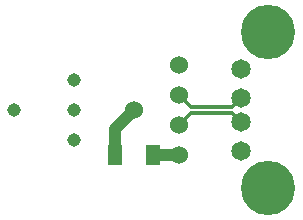
<source format=gbr>
G04 #@! TF.FileFunction,Copper,L1,Top,Signal*
%FSLAX46Y46*%
G04 Gerber Fmt 4.6, Leading zero omitted, Abs format (unit mm)*
G04 Created by KiCad (PCBNEW 4.0.7) date Sun May  6 21:07:47 2018*
%MOMM*%
%LPD*%
G01*
G04 APERTURE LIST*
%ADD10C,0.100000*%
%ADD11C,1.143000*%
%ADD12C,4.600000*%
%ADD13C,1.651000*%
%ADD14C,1.524000*%
%ADD15R,1.200000X1.700000*%
%ADD16C,0.304800*%
%ADD17C,1.016000*%
G04 APERTURE END LIST*
D10*
D11*
X134620000Y-104140000D03*
X134620000Y-99060000D03*
X134620000Y-101600000D03*
X129540000Y-101600000D03*
D12*
X151080000Y-108170000D03*
X151080000Y-95030000D03*
D13*
X148750000Y-105100000D03*
X148750000Y-102600000D03*
X148750000Y-100600000D03*
X148750000Y-98100000D03*
D14*
X143510000Y-105410000D03*
X143510000Y-102870000D03*
X143510000Y-100330000D03*
X143510000Y-97790000D03*
D15*
X138100000Y-105410000D03*
X141300000Y-105410000D03*
D14*
X139700000Y-101600000D03*
D16*
X148016699Y-101866699D02*
X144513301Y-101866699D01*
X148750000Y-102600000D02*
X148016699Y-101866699D01*
X144513301Y-101866699D02*
X143510000Y-102870000D01*
X148750000Y-100600000D02*
X148016699Y-101333301D01*
X148016699Y-101333301D02*
X144513301Y-101333301D01*
X144513301Y-101333301D02*
X143510000Y-100330000D01*
D17*
X138100000Y-103200000D02*
X138100000Y-105410000D01*
X138100000Y-103200000D02*
X139700000Y-101600000D01*
X141300000Y-105410000D02*
X143510000Y-105410000D01*
M02*

</source>
